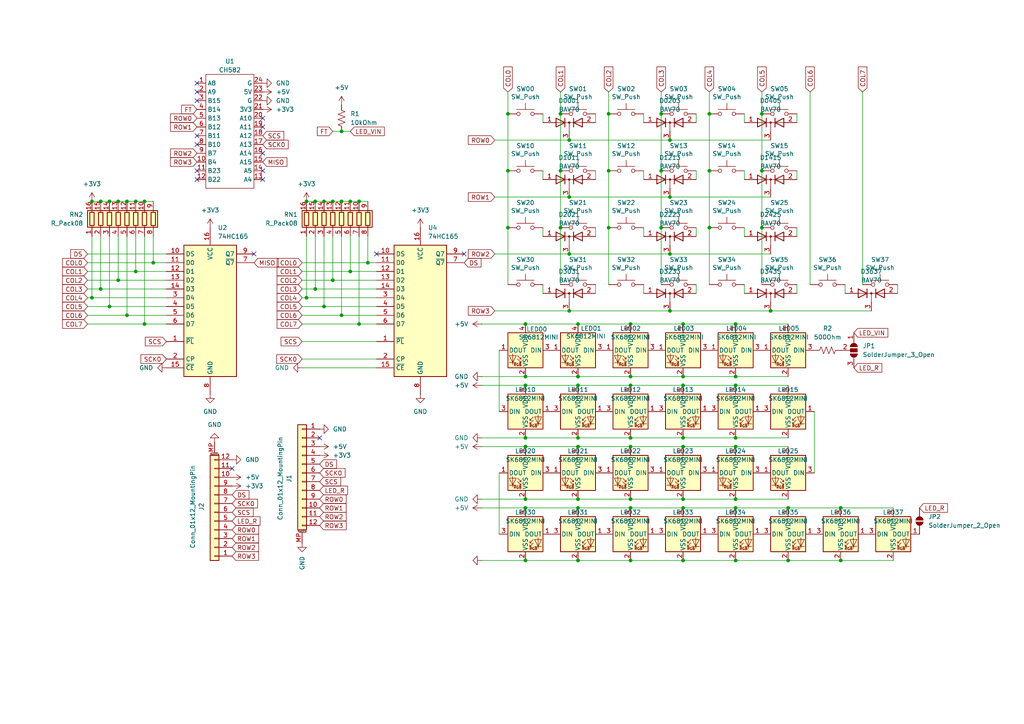
<source format=kicad_sch>
(kicad_sch (version 20231120) (generator "eeschema") (generator_version "8.0")
  (paper "A4")
  (junction (at 165.1 73.66))
  (junction (at 198.12 93.98))
  (junction (at 93.98 58.42))
  (junction (at 96.52 81.28))
  (junction (at 152.4 93.98))
  (junction (at 152.4 127))
  (junction (at 223.52 90.17))
  (junction (at 93.98 88.9))
  (junction (at 213.36 129.54))
  (junction (at 104.14 58.42))
  (junction (at 162.56 49.53))
  (junction (at 194.31 90.17))
  (junction (at 147.32 49.53))
  (junction (at 152.4 144.78))
  (junction (at 182.88 144.78))
  (junction (at 91.44 83.82))
  (junction (at 152.4 109.22))
  (junction (at 191.77 33.02))
  (junction (at 176.53 66.04))
  (junction (at 104.14 93.98))
  (junction (at 99.06 91.44))
  (junction (at 228.6 162.56))
  (junction (at 213.36 144.78))
  (junction (at 220.98 49.53))
  (junction (at 96.52 58.42))
  (junction (at 194.31 73.66))
  (junction (at 213.36 127))
  (junction (at 165.1 90.17))
  (junction (at 44.45 76.2))
  (junction (at 88.9 58.42))
  (junction (at 228.6 147.32))
  (junction (at 198.12 127))
  (junction (at 165.1 40.64))
  (junction (at 31.75 88.9))
  (junction (at 167.64 127))
  (junction (at 26.67 58.42))
  (junction (at 243.84 162.56))
  (junction (at 194.31 57.15))
  (junction (at 99.06 58.42))
  (junction (at 101.6 58.42))
  (junction (at 182.88 147.32))
  (junction (at 198.12 111.76))
  (junction (at 162.56 66.04))
  (junction (at 194.31 40.64))
  (junction (at 198.12 109.22))
  (junction (at 213.36 111.76))
  (junction (at 26.67 86.36))
  (junction (at 39.37 58.42))
  (junction (at 167.64 147.32))
  (junction (at 198.12 144.78))
  (junction (at 36.83 58.42))
  (junction (at 167.64 109.22))
  (junction (at 205.74 66.04))
  (junction (at 198.12 162.56))
  (junction (at 29.21 58.42))
  (junction (at 167.64 129.54))
  (junction (at 152.4 147.32))
  (junction (at 182.88 129.54))
  (junction (at 152.4 162.56))
  (junction (at 243.84 147.32))
  (junction (at 213.36 162.56))
  (junction (at 167.64 111.76))
  (junction (at 213.36 109.22))
  (junction (at 220.98 66.04))
  (junction (at 191.77 49.53))
  (junction (at 205.74 33.02))
  (junction (at 147.32 33.02))
  (junction (at 88.9 86.36))
  (junction (at 176.53 33.02))
  (junction (at 147.32 66.04))
  (junction (at 167.64 93.98))
  (junction (at 152.4 111.76))
  (junction (at 99.06 38.1))
  (junction (at 34.29 81.28))
  (junction (at 91.44 58.42))
  (junction (at 106.68 76.2))
  (junction (at 198.12 129.54))
  (junction (at 41.91 93.98))
  (junction (at 29.21 83.82))
  (junction (at 205.74 49.53))
  (junction (at 41.91 58.42))
  (junction (at 182.88 109.22))
  (junction (at 36.83 91.44))
  (junction (at 152.4 129.54))
  (junction (at 101.6 78.74))
  (junction (at 213.36 93.98))
  (junction (at 31.75 58.42))
  (junction (at 213.36 147.32))
  (junction (at 162.56 33.02))
  (junction (at 34.29 58.42))
  (junction (at 176.53 49.53))
  (junction (at 220.98 33.02))
  (junction (at 191.77 66.04))
  (junction (at 182.88 127))
  (junction (at 182.88 111.76))
  (junction (at 182.88 162.56))
  (junction (at 39.37 78.74))
  (junction (at 165.1 57.15))
  (junction (at 198.12 147.32))
  (junction (at 167.64 162.56))
  (junction (at 167.64 144.78))
  (junction (at 182.88 93.98))
  (no_connect (at 76.2 49.53))
  (no_connect (at 57.15 29.21))
  (no_connect (at 57.15 52.07))
  (no_connect (at 67.31 135.89))
  (no_connect (at 57.15 24.13))
  (no_connect (at 76.2 52.07))
  (no_connect (at 76.2 44.45))
  (no_connect (at 57.15 49.53))
  (no_connect (at 57.15 41.91))
  (no_connect (at 73.66 73.66))
  (no_connect (at 109.22 73.66))
  (no_connect (at 76.2 36.83))
  (no_connect (at 134.62 73.66))
  (no_connect (at 92.71 127))
  (no_connect (at 57.15 39.37))
  (no_connect (at 76.2 34.29))
  (no_connect (at 57.15 26.67))
  (wire (pts (xy 191.77 26.67) (xy 191.77 33.02)))
  (wire (pts (xy 191.77 66.04) (xy 191.77 82.55)))
  (wire (pts (xy 157.48 66.04) (xy 157.48 68.58)))
  (wire (pts (xy 162.56 49.53) (xy 162.56 66.04)))
  (wire (pts (xy 44.45 68.58) (xy 44.45 76.2)))
  (wire (pts (xy 36.83 91.44) (xy 48.26 91.44)))
  (wire (pts (xy 144.78 137.16) (xy 144.78 154.94)))
  (wire (pts (xy 25.4 73.66) (xy 48.26 73.66)))
  (wire (pts (xy 182.88 111.76) (xy 198.12 111.76)))
  (wire (pts (xy 106.68 76.2) (xy 87.63 76.2)))
  (wire (pts (xy 234.95 26.67) (xy 234.95 82.55)))
  (wire (pts (xy 201.93 66.04) (xy 201.93 68.58)))
  (wire (pts (xy 109.22 88.9) (xy 93.98 88.9)))
  (wire (pts (xy 186.69 33.02) (xy 186.69 35.56)))
  (wire (pts (xy 213.36 111.76) (xy 228.6 111.76)))
  (wire (pts (xy 101.6 68.58) (xy 101.6 78.74)))
  (wire (pts (xy 213.36 144.78) (xy 228.6 144.78)))
  (wire (pts (xy 198.12 144.78) (xy 213.36 144.78)))
  (wire (pts (xy 260.35 82.55) (xy 260.35 85.09)))
  (wire (pts (xy 213.36 147.32) (xy 228.6 147.32)))
  (wire (pts (xy 152.4 109.22) (xy 167.64 109.22)))
  (wire (pts (xy 194.31 73.66) (xy 223.52 73.66)))
  (wire (pts (xy 213.36 162.56) (xy 228.6 162.56)))
  (wire (pts (xy 91.44 58.42) (xy 93.98 58.42)))
  (wire (pts (xy 167.64 162.56) (xy 182.88 162.56)))
  (wire (pts (xy 215.9 82.55) (xy 215.9 85.09)))
  (wire (pts (xy 101.6 58.42) (xy 104.14 58.42)))
  (wire (pts (xy 91.44 83.82) (xy 87.63 83.82)))
  (wire (pts (xy 194.31 57.15) (xy 223.52 57.15)))
  (wire (pts (xy 191.77 49.53) (xy 191.77 66.04)))
  (wire (pts (xy 213.36 109.22) (xy 228.6 109.22)))
  (wire (pts (xy 31.75 68.58) (xy 31.75 88.9)))
  (wire (pts (xy 109.22 81.28) (xy 96.52 81.28)))
  (wire (pts (xy 152.4 162.56) (xy 167.64 162.56)))
  (wire (pts (xy 213.36 93.98) (xy 228.6 93.98)))
  (wire (pts (xy 44.45 76.2) (xy 48.26 76.2)))
  (wire (pts (xy 172.72 66.04) (xy 172.72 68.58)))
  (wire (pts (xy 198.12 93.98) (xy 213.36 93.98)))
  (wire (pts (xy 167.64 129.54) (xy 182.88 129.54)))
  (wire (pts (xy 25.4 91.44) (xy 36.83 91.44)))
  (wire (pts (xy 41.91 93.98) (xy 48.26 93.98)))
  (wire (pts (xy 176.53 82.55) (xy 176.53 66.04)))
  (wire (pts (xy 198.12 147.32) (xy 213.36 147.32)))
  (wire (pts (xy 109.22 76.2) (xy 106.68 76.2)))
  (wire (pts (xy 139.7 144.78) (xy 152.4 144.78)))
  (wire (pts (xy 93.98 88.9) (xy 87.63 88.9)))
  (wire (pts (xy 165.1 40.64) (xy 194.31 40.64)))
  (wire (pts (xy 139.7 162.56) (xy 152.4 162.56)))
  (wire (pts (xy 152.4 111.76) (xy 167.64 111.76)))
  (wire (pts (xy 139.7 147.32) (xy 152.4 147.32)))
  (wire (pts (xy 228.6 147.32) (xy 243.84 147.32)))
  (wire (pts (xy 198.12 111.76) (xy 213.36 111.76)))
  (wire (pts (xy 198.12 129.54) (xy 213.36 129.54)))
  (wire (pts (xy 167.64 111.76) (xy 182.88 111.76)))
  (wire (pts (xy 220.98 33.02) (xy 220.98 26.67)))
  (wire (pts (xy 236.22 119.38) (xy 236.22 137.16)))
  (wire (pts (xy 109.22 106.68) (xy 87.63 106.68)))
  (wire (pts (xy 215.9 66.04) (xy 215.9 68.58)))
  (wire (pts (xy 223.52 90.17) (xy 252.73 90.17)))
  (wire (pts (xy 147.32 33.02) (xy 147.32 49.53)))
  (wire (pts (xy 205.74 49.53) (xy 205.74 66.04)))
  (wire (pts (xy 205.74 82.55) (xy 205.74 66.04)))
  (wire (pts (xy 245.11 82.55) (xy 245.11 85.09)))
  (wire (pts (xy 152.4 93.98) (xy 167.64 93.98)))
  (wire (pts (xy 39.37 78.74) (xy 48.26 78.74)))
  (wire (pts (xy 165.1 73.66) (xy 194.31 73.66)))
  (wire (pts (xy 25.4 86.36) (xy 26.67 86.36)))
  (wire (pts (xy 165.1 90.17) (xy 194.31 90.17)))
  (wire (pts (xy 194.31 40.64) (xy 223.52 40.64)))
  (wire (pts (xy 167.64 147.32) (xy 182.88 147.32)))
  (wire (pts (xy 152.4 127) (xy 167.64 127)))
  (wire (pts (xy 172.72 82.55) (xy 172.72 85.09)))
  (wire (pts (xy 152.4 144.78) (xy 167.64 144.78)))
  (wire (pts (xy 25.4 88.9) (xy 31.75 88.9)))
  (wire (pts (xy 96.52 68.58) (xy 96.52 81.28)))
  (wire (pts (xy 99.06 91.44) (xy 87.63 91.44)))
  (wire (pts (xy 25.4 93.98) (xy 41.91 93.98)))
  (wire (pts (xy 198.12 109.22) (xy 213.36 109.22)))
  (wire (pts (xy 220.98 33.02) (xy 220.98 49.53)))
  (wire (pts (xy 96.52 81.28) (xy 87.63 81.28)))
  (wire (pts (xy 162.56 26.67) (xy 162.56 33.02)))
  (wire (pts (xy 88.9 68.58) (xy 88.9 86.36)))
  (wire (pts (xy 182.88 109.22) (xy 198.12 109.22)))
  (wire (pts (xy 93.98 58.42) (xy 96.52 58.42)))
  (wire (pts (xy 220.98 66.04) (xy 220.98 82.55)))
  (wire (pts (xy 157.48 82.55) (xy 157.48 85.09)))
  (wire (pts (xy 186.69 66.04) (xy 186.69 68.58)))
  (wire (pts (xy 39.37 58.42) (xy 41.91 58.42)))
  (wire (pts (xy 152.4 147.32) (xy 167.64 147.32)))
  (wire (pts (xy 25.4 83.82) (xy 29.21 83.82)))
  (wire (pts (xy 198.12 162.56) (xy 213.36 162.56)))
  (wire (pts (xy 139.7 111.76) (xy 152.4 111.76)))
  (wire (pts (xy 34.29 68.58) (xy 34.29 81.28)))
  (wire (pts (xy 157.48 33.02) (xy 157.48 35.56)))
  (wire (pts (xy 191.77 33.02) (xy 191.77 49.53)))
  (wire (pts (xy 39.37 68.58) (xy 39.37 78.74)))
  (wire (pts (xy 213.36 129.54) (xy 228.6 129.54)))
  (wire (pts (xy 143.51 73.66) (xy 165.1 73.66)))
  (wire (pts (xy 88.9 58.42) (xy 91.44 58.42)))
  (wire (pts (xy 109.22 86.36) (xy 88.9 86.36)))
  (wire (pts (xy 41.91 58.42) (xy 44.45 58.42)))
  (wire (pts (xy 176.53 49.53) (xy 176.53 66.04)))
  (wire (pts (xy 31.75 58.42) (xy 34.29 58.42)))
  (wire (pts (xy 228.6 162.56) (xy 243.84 162.56)))
  (wire (pts (xy 147.32 66.04) (xy 147.32 49.53)))
  (wire (pts (xy 167.64 127) (xy 182.88 127)))
  (wire (pts (xy 109.22 83.82) (xy 91.44 83.82)))
  (wire (pts (xy 165.1 57.15) (xy 194.31 57.15)))
  (wire (pts (xy 99.06 38.1) (xy 101.6 38.1)))
  (wire (pts (xy 144.78 101.6) (xy 144.78 119.38)))
  (wire (pts (xy 215.9 33.02) (xy 215.9 35.56)))
  (wire (pts (xy 93.98 68.58) (xy 93.98 88.9)))
  (wire (pts (xy 41.91 68.58) (xy 41.91 93.98)))
  (wire (pts (xy 106.68 68.58) (xy 106.68 76.2)))
  (wire (pts (xy 194.31 90.17) (xy 223.52 90.17)))
  (wire (pts (xy 139.7 129.54) (xy 152.4 129.54)))
  (wire (pts (xy 88.9 86.36) (xy 87.63 86.36)))
  (wire (pts (xy 167.64 144.78) (xy 182.88 144.78)))
  (wire (pts (xy 182.88 127) (xy 198.12 127)))
  (wire (pts (xy 231.14 49.53) (xy 231.14 52.07)))
  (wire (pts (xy 201.93 49.53) (xy 201.93 52.07)))
  (wire (pts (xy 99.06 58.42) (xy 101.6 58.42)))
  (wire (pts (xy 29.21 58.42) (xy 31.75 58.42)))
  (wire (pts (xy 198.12 127) (xy 213.36 127)))
  (wire (pts (xy 29.21 68.58) (xy 29.21 83.82)))
  (wire (pts (xy 109.22 91.44) (xy 99.06 91.44)))
  (wire (pts (xy 104.14 93.98) (xy 87.63 93.98)))
  (wire (pts (xy 26.67 58.42) (xy 29.21 58.42)))
  (wire (pts (xy 31.75 88.9) (xy 48.26 88.9)))
  (wire (pts (xy 167.64 109.22) (xy 182.88 109.22)))
  (wire (pts (xy 162.56 33.02) (xy 162.56 49.53)))
  (wire (pts (xy 172.72 33.02) (xy 172.72 35.56)))
  (wire (pts (xy 25.4 78.74) (xy 39.37 78.74)))
  (wire (pts (xy 182.88 93.98) (xy 198.12 93.98)))
  (wire (pts (xy 36.83 68.58) (xy 36.83 91.44)))
  (wire (pts (xy 104.14 58.42) (xy 106.68 58.42)))
  (wire (pts (xy 213.36 127) (xy 228.6 127)))
  (wire (pts (xy 147.32 82.55) (xy 147.32 66.04)))
  (wire (pts (xy 186.69 49.53) (xy 186.69 52.07)))
  (wire (pts (xy 143.51 40.64) (xy 165.1 40.64)))
  (wire (pts (xy 36.83 58.42) (xy 39.37 58.42)))
  (wire (pts (xy 172.72 49.53) (xy 172.72 52.07)))
  (wire (pts (xy 96.52 58.42) (xy 99.06 58.42)))
  (wire (pts (xy 109.22 93.98) (xy 104.14 93.98)))
  (wire (pts (xy 215.9 49.53) (xy 215.9 52.07)))
  (wire (pts (xy 143.51 90.17) (xy 165.1 90.17)))
  (wire (pts (xy 176.53 49.53) (xy 176.53 33.02)))
  (wire (pts (xy 201.93 82.55) (xy 201.93 85.09)))
  (wire (pts (xy 139.7 127) (xy 152.4 127)))
  (wire (pts (xy 34.29 81.28) (xy 48.26 81.28)))
  (wire (pts (xy 104.14 68.58) (xy 104.14 93.98)))
  (wire (pts (xy 139.7 109.22) (xy 152.4 109.22)))
  (wire (pts (xy 99.06 68.58) (xy 99.06 91.44)))
  (wire (pts (xy 231.14 82.55) (xy 231.14 85.09)))
  (wire (pts (xy 157.48 49.53) (xy 157.48 52.07)))
  (wire (pts (xy 243.84 147.32) (xy 259.08 147.32)))
  (wire (pts (xy 26.67 86.36) (xy 48.26 86.36)))
  (wire (pts (xy 182.88 129.54) (xy 198.12 129.54)))
  (wire (pts (xy 205.74 26.67) (xy 205.74 33.02)))
  (wire (pts (xy 182.88 144.78) (xy 198.12 144.78)))
  (wire (pts (xy 201.93 33.02) (xy 201.93 35.56)))
  (wire (pts (xy 147.32 26.67) (xy 147.32 33.02)))
  (wire (pts (xy 231.14 33.02) (xy 231.14 35.56)))
  (wire (pts (xy 250.19 26.67) (xy 250.19 82.55)))
  (wire (pts (xy 25.4 81.28) (xy 34.29 81.28)))
  (wire (pts (xy 91.44 68.58) (xy 91.44 83.82)))
  (wire (pts (xy 231.14 66.04) (xy 231.14 68.58)))
  (wire (pts (xy 109.22 104.14) (xy 87.63 104.14)))
  (wire (pts (xy 29.21 83.82) (xy 48.26 83.82)))
  (wire (pts (xy 26.67 68.58) (xy 26.67 86.36)))
  (wire (pts (xy 167.64 93.98) (xy 182.88 93.98)))
  (wire (pts (xy 152.4 129.54) (xy 167.64 129.54)))
  (wire (pts (xy 25.4 76.2) (xy 44.45 76.2)))
  (wire (pts (xy 182.88 147.32) (xy 198.12 147.32)))
  (wire (pts (xy 220.98 49.53) (xy 220.98 66.04)))
  (wire (pts (xy 96.52 38.1) (xy 99.06 38.1)))
  (wire (pts (xy 186.69 82.55) (xy 186.69 85.09)))
  (wire (pts (xy 162.56 66.04) (xy 162.56 82.55)))
  (wire (pts (xy 205.74 33.02) (xy 205.74 49.53)))
  (wire (pts (xy 243.84 162.56) (xy 259.08 162.56)))
  (wire (pts (xy 182.88 162.56) (xy 198.12 162.56)))
  (wire (pts (xy 143.51 57.15) (xy 165.1 57.15)))
  (wire (pts (xy 139.7 93.98) (xy 152.4 93.98)))
  (wire (pts (xy 109.22 99.06) (xy 87.63 99.06)))
  (wire (pts (xy 34.29 58.42) (xy 36.83 58.42)))
  (wire (pts (xy 109.22 78.74) (xy 101.6 78.74)))
  (wire (pts (xy 176.53 26.67) (xy 176.53 33.02)))
  (wire (pts (xy 101.6 78.74) (xy 87.63 78.74)))
  (global_label "SCK0" (shape input) (at 87.63 104.14 180) (property "Intersheetrefs" "${INTERSHEET_REFS}" (effects (hide yes))))
  (global_label "LED_R" (shape input) (at 247.65 106.68 0) (property "Intersheetrefs" "${INTERSHEET_REFS}" (effects (hide yes))))
  (global_label "ROW1" (shape input) (at 143.51 57.15 180) (property "Intersheetrefs" "${INTERSHEET_REFS}" (effects (hide yes))))
  (global_label "FT" (shape input) (at 57.15 31.75 180) (property "Intersheetrefs" "${INTERSHEET_REFS}" (effects (hide yes))))
  (global_label "COL0" (shape input) (at 87.63 76.2 180) (property "Intersheetrefs" "${INTERSHEET_REFS}" (effects (hide yes))))
  (global_label "COL5" (shape input) (at 87.63 88.9 180) (property "Intersheetrefs" "${INTERSHEET_REFS}" (effects (hide yes))))
  (global_label "COL3" (shape input) (at 87.63 83.82 180) (property "Intersheetrefs" "${INTERSHEET_REFS}" (effects (hide yes))))
  (global_label "ROW0" (shape input) (at 92.71 144.78 0) (property "Intersheetrefs" "${INTERSHEET_REFS}" (effects (hide yes))))
  (global_label "COL4" (shape input) (at 25.4 86.36 180) (property "Intersheetrefs" "${INTERSHEET_REFS}" (effects (hide yes))))
  (global_label "LED_R" (shape input) (at 67.31 151.13 0) (property "Intersheetrefs" "${INTERSHEET_REFS}" (effects (hide yes))))
  (global_label "ROW0" (shape input) (at 57.15 34.29 180) (property "Intersheetrefs" "${INTERSHEET_REFS}" (effects (hide yes))))
  (global_label "COL4" (shape input) (at 205.74 26.67 90) (property "Intersheetrefs" "${INTERSHEET_REFS}" (effects (hide yes))))
  (global_label "SCS" (shape input) (at 67.31 148.59 0) (property "Intersheetrefs" "${INTERSHEET_REFS}" (effects (hide yes))))
  (global_label "COL2" (shape input) (at 87.63 81.28 180) (property "Intersheetrefs" "${INTERSHEET_REFS}" (effects (hide yes))))
  (global_label "ROW2" (shape input) (at 67.31 158.75 0) (property "Intersheetrefs" "${INTERSHEET_REFS}" (effects (hide yes))))
  (global_label "SCK0" (shape input) (at 92.71 137.16 0) (property "Intersheetrefs" "${INTERSHEET_REFS}" (effects (hide yes))))
  (global_label "COL2" (shape input) (at 25.4 81.28 180) (property "Intersheetrefs" "${INTERSHEET_REFS}" (effects (hide yes))))
  (global_label "COL7" (shape input) (at 87.63 93.98 180) (property "Intersheetrefs" "${INTERSHEET_REFS}" (effects (hide yes))))
  (global_label "COL3" (shape input) (at 25.4 83.82 180) (property "Intersheetrefs" "${INTERSHEET_REFS}" (effects (hide yes))))
  (global_label "COL0" (shape input) (at 25.4 76.2 180) (property "Intersheetrefs" "${INTERSHEET_REFS}" (effects (hide yes))))
  (global_label "COL4" (shape input) (at 87.63 86.36 180) (property "Intersheetrefs" "${INTERSHEET_REFS}" (effects (hide yes))))
  (global_label "SCS" (shape input) (at 92.71 139.7 0) (property "Intersheetrefs" "${INTERSHEET_REFS}" (effects (hide yes))))
  (global_label "ROW3" (shape input) (at 92.71 152.4 0) (property "Intersheetrefs" "${INTERSHEET_REFS}" (effects (hide yes))))
  (global_label "ROW2" (shape input) (at 143.51 73.66 180) (property "Intersheetrefs" "${INTERSHEET_REFS}" (effects (hide yes))))
  (global_label "ROW1" (shape input) (at 67.31 156.21 0) (property "Intersheetrefs" "${INTERSHEET_REFS}" (effects (hide yes))))
  (global_label "ROW3" (shape input) (at 143.51 90.17 180) (property "Intersheetrefs" "${INTERSHEET_REFS}" (effects (hide yes))))
  (global_label "SCK0" (shape input) (at 76.2 41.91 0) (property "Intersheetrefs" "${INTERSHEET_REFS}" (effects (hide yes))))
  (global_label "COL3" (shape input) (at 191.77 26.67 90) (property "Intersheetrefs" "${INTERSHEET_REFS}" (effects (hide yes))))
  (global_label "COL6" (shape input) (at 234.95 26.67 90) (property "Intersheetrefs" "${INTERSHEET_REFS}" (effects (hide yes))))
  (global_label "MISO" (shape input) (at 76.2 46.99 0) (property "Intersheetrefs" "${INTERSHEET_REFS}" (effects (hide yes))))
  (global_label "DS" (shape input) (at 92.71 134.62 0) (property "Intersheetrefs" "${INTERSHEET_REFS}" (effects (hide yes))))
  (global_label "COL1" (shape input) (at 162.56 26.67 90) (property "Intersheetrefs" "${INTERSHEET_REFS}" (effects (hide yes))))
  (global_label "COL6" (shape input) (at 25.4 91.44 180) (property "Intersheetrefs" "${INTERSHEET_REFS}" (effects (hide yes))))
  (global_label "ROW1" (shape input) (at 92.71 147.32 0) (property "Intersheetrefs" "${INTERSHEET_REFS}" (effects (hide yes))))
  (global_label "DS" (shape input) (at 134.62 76.2 0) (property "Intersheetrefs" "${INTERSHEET_REFS}" (effects (hide yes))))
  (global_label "ROW2" (shape input) (at 57.15 44.45 180) (property "Intersheetrefs" "${INTERSHEET_REFS}" (effects (hide yes))))
  (global_label "COL5" (shape input) (at 25.4 88.9 180) (property "Intersheetrefs" "${INTERSHEET_REFS}" (effects (hide yes))))
  (global_label "ROW3" (shape input) (at 67.31 161.29 0) (property "Intersheetrefs" "${INTERSHEET_REFS}" (effects (hide yes))))
  (global_label "LED_VIN" (shape input) (at 247.65 96.52 0) (property "Intersheetrefs" "${INTERSHEET_REFS}" (effects (hide yes))))
  (global_label "COL0" (shape input) (at 147.32 26.67 90) (property "Intersheetrefs" "${INTERSHEET_REFS}" (effects (hide yes))))
  (global_label "COL7" (shape input) (at 25.4 93.98 180) (property "Intersheetrefs" "${INTERSHEET_REFS}" (effects (hide yes))))
  (global_label "COL2" (shape input) (at 176.53 26.67 90) (property "Intersheetrefs" "${INTERSHEET_REFS}" (effects (hide yes))))
  (global_label "ROW0" (shape input) (at 143.51 40.64 180) (property "Intersheetrefs" "${INTERSHEET_REFS}" (effects (hide yes))))
  (global_label "COL7" (shape input) (at 250.19 26.67 90) (property "Intersheetrefs" "${INTERSHEET_REFS}" (effects (hide yes))))
  (global_label "COL5" (shape input) (at 220.98 26.67 90) (property "Intersheetrefs" "${INTERSHEET_REFS}" (effects (hide yes))))
  (global_label "ROW3" (shape input) (at 57.15 46.99 180) (property "Intersheetrefs" "${INTERSHEET_REFS}" (effects (hide yes))))
  (global_label "SCK0" (shape input) (at 67.31 146.05 0) (property "Intersheetrefs" "${INTERSHEET_REFS}" (effects (hide yes))))
  (global_label "COL1" (shape input) (at 25.4 78.74 180) (property "Intersheetrefs" "${INTERSHEET_REFS}" (effects (hide yes))))
  (global_label "ROW1" (shape input) (at 57.15 36.83 180) (property "Intersheetrefs" "${INTERSHEET_REFS}" (effects (hide yes))))
  (global_label "FT" (shape input) (at 96.52 38.1 180) (property "Intersheetrefs" "${INTERSHEET_REFS}" (effects (hide yes))))
  (global_label "ROW0" (shape input) (at 67.31 153.67 0) (property "Intersheetrefs" "${INTERSHEET_REFS}" (effects (hide yes))))
  (global_label "LED_VIN" (shape input) (at 101.6 38.1 0) (property "Intersheetrefs" "${INTERSHEET_REFS}" (effects (hide yes))))
  (global_label "DS" (shape input) (at 25.4 73.66 180) (property "Intersheetrefs" "${INTERSHEET_REFS}" (effects (hide yes))))
  (global_label "SCK0" (shape input) (at 48.26 104.14 180) (property "Intersheetrefs" "${INTERSHEET_REFS}" (effects (hide yes))))
  (global_label "LED_R" (shape input) (at 92.71 142.24 0) (property "Intersheetrefs" "${INTERSHEET_REFS}" (effects (hide yes))))
  (global_label "COL1" (shape input) (at 87.63 78.74 180) (property "Intersheetrefs" "${INTERSHEET_REFS}" (effects (hide yes))))
  (global_label "ROW2" (shape input) (at 92.71 149.86 0) (property "Intersheetrefs" "${INTERSHEET_REFS}" (effects (hide yes))))
  (global_label "SCS" (shape input) (at 76.2 39.37 0) (property "Intersheetrefs" "${INTERSHEET_REFS}" (effects (hide yes))))
  (global_label "SCS" (shape input) (at 48.26 99.06 180) (property "Intersheetrefs" "${INTERSHEET_REFS}" (effects (hide yes))))
  (global_label "DS" (shape input) (at 67.31 143.51 0) (property "Intersheetrefs" "${INTERSHEET_REFS}" (effects (hide yes))))
  (global_label "LED_R" (shape input) (at 266.7 147.32 0) (property "Intersheetrefs" "${INTERSHEET_REFS}" (effects (hide yes))))
  (global_label "MISO" (shape input) (at 73.66 76.2 0) (property "Intersheetrefs" "${INTERSHEET_REFS}" (effects (hide yes))))
  (global_label "SCS" (shape input) (at 87.63 99.06 180) (property "Intersheetrefs" "${INTERSHEET_REFS}" (effects (hide yes))))
  (global_label "COL6" (shape input) (at 87.63 91.44 180) (property "Intersheetrefs" "${INTERSHEET_REFS}" (effects (hide yes))))
  (symbol (lib_id "power:+3V3") (at 92.71 132.08 270) (unit 1)
    (property "Reference" "#PWR022" (effects (hide yes)))
    (property "Value" "+3V3" (at 96.52 132.0799 90) (effects (justify left)))
    (property "Description" "Power symbol creates a global label with name \"+3V3\"" (effects (hide yes)))
  )
  (symbol (lib_id "LED:SK6812MINI") (at 213.36 154.94 0) (unit 1)
    (property "Reference" "LED34" (at 213.36 148.59 0))
    (property "Value" "SK6812MINI" (at 213.36 151.13 0))
    (property "Footprint" "keyswitches:LED_SK6812MINI_E_REVERSIBLE" (effects (hide yes)))
    (property "Datasheet" "https://cdn-shop.adafruit.com/product-files/2686/SK6812MINI_REV.01-1-2.pdf" (effects (hide yes)))
    (property "Description" "RGB LED with integrated controller" (effects (hide yes)))
  )
  (symbol (lib_id "power:+3V3") (at 60.96 66.04 0) (unit 1)
    (property "Reference" "#PWR06" (effects (hide yes)))
    (property "Value" "+3V3" (at 60.96 60.96 0))
    (property "Description" "Power symbol creates a global label with name \"+3V3\"" (effects (hide yes)))
  )
  (symbol (lib_id "power:GND") (at 87.63 157.48 0) (unit 1)
    (property "Reference" "#PWR024" (effects (hide yes)))
    (property "Value" "GND" (at 87.6301 161.29 90) (effects (justify right)))
    (property "Description" "Power symbol creates a global label with name \"GND\" , ground" (effects (hide yes)))
  )
  (symbol (lib_id "LED:SK6812MINI") (at 182.88 137.16 0) (mirror y) (unit 1)
    (property "Reference" "LED22" (at 182.88 130.81 0))
    (property "Value" "SK6812MINI" (at 182.88 133.35 0))
    (property "Footprint" "keyswitches:LED_SK6812MINI_E_REVERSIBLE" (effects (hide yes)))
    (property "Datasheet" "https://cdn-shop.adafruit.com/product-files/2686/SK6812MINI_REV.01-1-2.pdf" (effects (hide yes)))
    (property "Description" "RGB LED with integrated controller" (effects (hide yes)))
  )
  (symbol (lib_id "Diode:BAV70") (at 194.31 52.07 0) (unit 1)
    (property "Reference" "D1213" (at 194.31 45.72 0))
    (property "Value" "BAV70" (at 194.31 48.26 0))
    (property "Footprint" "keyswitches:BAV70_SOT-23_Reversible" (effects (hide yes)))
    (property "Datasheet" "https://assets.nexperia.com/documents/data-sheet/BAV70_SER.pdf" (effects (hide yes)))
    (property "Description" "Dual 100V 215mA high-speed switching diodes, common cathode, SOT-23" (effects (hide yes)))
  )
  (symbol (lib_id "power:+3V3") (at 26.67 58.42 0) (unit 1)
    (property "Reference" "#PWR04" (effects (hide yes)))
    (property "Value" "+3V3" (at 26.67 53.34 0))
    (property "Description" "Power symbol creates a global label with name \"+3V3\"" (effects (hide yes)))
  )
  (symbol (lib_id "Switch:SW_Push") (at 226.06 49.53 0) (unit 1)
    (property "Reference" "SW15" (at 226.06 42.291 0))
    (property "Value" "SW_Push" (at 226.06 44.6024 0))
    (property "Footprint" "keyswitches:SW_MX_1905_reversible" (effects (hide yes)))
  )
  (symbol (lib_id "power:GND") (at 87.63 106.68 270) (unit 1)
    (property "Reference" "#PWR016" (effects (hide yes)))
    (property "Value" "GND" (at 83.82 106.6799 90) (effects (justify right)))
    (property "Description" "Power symbol creates a global label with name \"GND\" , ground" (effects (hide yes)))
  )
  (symbol (lib_id "Switch:SW_Push") (at 181.61 82.55 0) (unit 1)
    (property "Reference" "SW32" (at 181.61 75.311 0))
    (property "Value" "SW_Push" (at 181.61 77.6224 0))
    (property "Footprint" "keyswitches:SW_MX_1905_reversible" (effects (hide yes)))
  )
  (symbol (lib_id "power:GND") (at 67.31 133.35 90) (unit 1)
    (property "Reference" "#PWR025" (effects (hide yes)))
    (property "Value" "GND" (at 71.12 133.3499 90) (effects (justify right)))
    (property "Description" "Power symbol creates a global label with name \"GND\" , ground" (effects (hide yes)))
  )
  (symbol (lib_id "Switch:SW_Push") (at 210.82 66.04 0) (unit 1)
    (property "Reference" "SW24" (at 210.82 58.801 0))
    (property "Value" "SW_Push" (at 210.82 61.1124 0))
    (property "Footprint" "keyswitches:SW_MX_1905_reversible" (effects (hide yes)))
  )
  (symbol (lib_id "power:+5V") (at 92.71 129.54 270) (unit 1)
    (property "Reference" "#PWR021" (effects (hide yes)))
    (property "Value" "+5V" (at 96.52 129.5399 90) (effects (justify left)))
    (property "Description" "Power symbol creates a global label with name \"+5V\"" (effects (hide yes)))
  )
  (symbol (lib_id "LED:SK6812MINI") (at 167.64 119.38 0) (unit 1)
    (property "Reference" "LED11" (at 167.64 113.03 0))
    (property "Value" "SK6812MINI" (at 167.64 115.57 0))
    (property "Footprint" "keyswitches:LED_SK6812MINI_E_REVERSIBLE" (effects (hide yes)))
    (property "Datasheet" "https://cdn-shop.adafruit.com/product-files/2686/SK6812MINI_REV.01-1-2.pdf" (effects (hide yes)))
    (property "Description" "RGB LED with integrated controller" (effects (hide yes)))
  )
  (symbol (lib_id "Switch:SW_Push") (at 226.06 33.02 0) (unit 1)
    (property "Reference" "SW05" (at 226.06 25.781 0))
    (property "Value" "SW_Push" (at 226.06 28.0924 0))
    (property "Footprint" "keyswitches:SW_MX_1905_reversible" (effects (hide yes)))
  )
  (symbol (lib_id "Diode:BAV70") (at 223.52 35.56 0) (unit 1)
    (property "Reference" "D0405" (at 223.52 29.21 0))
    (property "Value" "BAV70" (at 223.52 31.75 0))
    (property "Footprint" "keyswitches:BAV70_SOT-23_Reversible" (effects (hide yes)))
    (property "Datasheet" "https://assets.nexperia.com/documents/data-sheet/BAV70_SER.pdf" (effects (hide yes)))
    (property "Description" "Dual 100V 215mA high-speed switching diodes, common cathode, SOT-23" (effects (hide yes)))
  )
  (symbol (lib_id "Switch:SW_Push") (at 167.64 33.02 0) (unit 1)
    (property "Reference" "SW01" (at 167.64 25.781 0))
    (property "Value" "SW_Push" (at 167.64 28.0924 0))
    (property "Footprint" "keyswitches:SW_MX_1905_reversible" (effects (hide yes)))
  )
  (symbol (lib_id "power:GND") (at 92.71 124.46 90) (unit 1)
    (property "Reference" "#PWR012" (effects (hide yes)))
    (property "Value" "GND" (at 96.52 124.4599 90) (effects (justify right)))
    (property "Description" "Power symbol creates a global label with name \"GND\" , ground" (effects (hide yes)))
  )
  (symbol (lib_id "Switch:SW_Push") (at 226.06 66.04 0) (unit 1)
    (property "Reference" "SW25" (at 226.06 58.801 0))
    (property "Value" "SW_Push" (at 226.06 61.1124 0))
    (property "Footprint" "keyswitches:SW_MX_1905_reversible" (effects (hide yes)))
  )
  (symbol (lib_id "LED:SK6812MINI") (at 152.4 119.38 0) (unit 1)
    (property "Reference" "LED10" (at 152.4 113.03 0))
    (property "Value" "SK6812MINI" (at 152.4 115.57 0))
    (property "Footprint" "keyswitches:LED_SK6812MINI_E_REVERSIBLE" (effects (hide yes)))
    (property "Datasheet" "https://cdn-shop.adafruit.com/product-files/2686/SK6812MINI_REV.01-1-2.pdf" (effects (hide yes)))
    (property "Description" "RGB LED with integrated controller" (effects (hide yes)))
  )
  (symbol (lib_id "Switch:SW_Push") (at 152.4 66.04 0) (unit 1)
    (property "Reference" "SW20" (at 152.4 58.801 0))
    (property "Value" "SW_Push" (at 152.4 61.1124 0))
    (property "Footprint" "keyswitches:SW_MX_1905_reversible" (effects (hide yes)))
  )
  (symbol (lib_id "Switch:SW_Push") (at 181.61 66.04 0) (unit 1)
    (property "Reference" "SW22" (at 181.61 58.801 0))
    (property "Value" "SW_Push" (at 181.61 61.1124 0))
    (property "Footprint" "keyswitches:SW_MX_1905_reversible" (effects (hide yes)))
  )
  (symbol (lib_id "Switch:SW_Push") (at 240.03 82.55 0) (unit 1)
    (property "Reference" "SW36" (at 240.03 75.311 0))
    (property "Value" "SW_Push" (at 240.03 77.6224 0))
    (property "Footprint" "keyswitches:SW_MX_1905_reversible" (effects (hide yes)))
  )
  (symbol (lib_id "Switch:SW_Push") (at 210.82 82.55 0) (unit 1)
    (property "Reference" "SW34" (at 210.82 75.311 0))
    (property "Value" "SW_Push" (at 210.82 77.6224 0))
    (property "Footprint" "keyswitches:SW_MX_1905_reversible" (effects (hide yes)))
  )
  (symbol (lib_id "LED:SK6812MINI") (at 182.88 101.6 0) (mirror y) (unit 1)
    (property "Reference" "LED02" (at 182.88 95.25 0))
    (property "Value" "SK6812MINI" (at 182.88 97.79 0))
    (property "Footprint" "keyswitches:LED_SK6812MINI_E_REVERSIBLE" (effects (hide yes)))
    (property "Datasheet" "https://cdn-shop.adafruit.com/product-files/2686/SK6812MINI_REV.01-1-2.pdf" (effects (hide yes)))
    (property "Description" "RGB LED with integrated controller" (effects (hide yes)))
  )
  (symbol (lib_id "Diode:BAV70") (at 252.73 85.09 0) (unit 1)
    (property "Reference" "D3637" (at 252.73 78.74 0))
    (property "Value" "BAV70" (at 252.73 81.28 0))
    (property "Footprint" "keyswitches:BAV70_SOT-23_Reversible" (effects (hide yes)))
    (property "Datasheet" "https://assets.nexperia.com/documents/data-sheet/BAV70_SER.pdf" (effects (hide yes)))
    (property "Description" "Dual 100V 215mA high-speed switching diodes, common cathode, SOT-23" (effects (hide yes)))
  )
  (symbol (lib_id "Switch:SW_Push") (at 255.27 82.55 0) (unit 1)
    (property "Reference" "SW37" (at 255.27 75.311 0))
    (property "Value" "SW_Push" (at 255.27 77.6224 0))
    (property "Footprint" "keyswitches:SW_MX_1905_reversible" (effects (hide yes)))
  )
  (symbol (lib_id "Switch:SW_Push") (at 210.82 49.53 0) (unit 1)
    (property "Reference" "SW14" (at 210.82 42.291 0))
    (property "Value" "SW_Push" (at 210.82 44.6024 0))
    (property "Footprint" "keyswitches:SW_MX_1905_reversible" (effects (hide yes)))
  )
  (symbol (lib_id "Diode:BAV70") (at 223.52 68.58 0) (unit 1)
    (property "Reference" "D2425" (at 223.52 62.23 0))
    (property "Value" "BAV70" (at 223.52 64.77 0))
    (property "Footprint" "keyswitches:BAV70_SOT-23_Reversible" (effects (hide yes)))
    (property "Datasheet" "https://assets.nexperia.com/documents/data-sheet/BAV70_SER.pdf" (effects (hide yes)))
    (property "Description" "Dual 100V 215mA high-speed switching diodes, common cathode, SOT-23" (effects (hide yes)))
  )
  (symbol (lib_id "Switch:SW_Push") (at 152.4 82.55 0) (unit 1)
    (property "Reference" "SW30" (at 152.4 75.311 0))
    (property "Value" "SW_Push" (at 152.4 77.6224 0))
    (property "Footprint" "keyswitches:SW_MX_1905_reversible" (effects (hide yes)))
  )
  (symbol (lib_id "power:GND") (at 76.2 24.13 90) (unit 1)
    (property "Reference" "#PWR01" (effects (hide yes)))
    (property "Value" "GND" (at 80.01 24.1299 90) (effects (justify right)))
    (property "Description" "Power symbol creates a global label with name \"GND\" , ground" (effects (hide yes)))
  )
  (symbol (lib_id "Switch:SW_Push") (at 196.85 66.04 0) (unit 1)
    (property "Reference" "SW23" (at 196.85 58.801 0))
    (property "Value" "SW_Push" (at 196.85 61.1124 0))
    (property "Footprint" "keyswitches:SW_MX_1905_reversible" (effects (hide yes)))
  )
  (symbol (lib_id "power:GND") (at 139.7 127 270) (unit 1)
    (property "Reference" "#PWR010" (effects (hide yes)))
    (property "Value" "GND" (at 135.89 126.9999 90) (effects (justify right)))
    (property "Description" "Power symbol creates a global label with name \"GND\" , ground" (effects (hide yes)))
  )
  (symbol (lib_id "power:GND") (at 121.92 114.3 0) (unit 1)
    (property "Reference" "#PWR018" (effects (hide yes)))
    (property "Value" "GND" (at 121.92 119.38 0))
    (property "Description" "Power symbol creates a global label with name \"GND\" , ground" (effects (hide yes)))
  )
  (symbol (lib_id "74xx:74HC165") (at 60.96 88.9 0) (unit 1)
    (property "Reference" "U2" (at 63.1541 66.04 0) (effects (justify left)))
    (property "Value" "74HC165" (at 63.1541 68.58 0) (effects (justify left)))
    (property "Footprint" "Package_SO:SOP-16_3.9x9.9mm_P1.27mm" (effects (hide yes)))
    (property "Datasheet" "https://assets.nexperia.com/documents/data-sheet/74HC_HCT165.pdf" (effects (hide yes)))
    (property "Description" "Shift Register, 8-bit, Parallel Load" (effects (hide yes)))
  )
  (symbol (lib_id "Switch:SW_Push") (at 196.85 49.53 0) (unit 1)
    (property "Reference" "SW13" (at 196.85 42.291 0))
    (property "Value" "SW_Push" (at 196.85 44.6024 0))
    (property "Footprint" "keyswitches:SW_MX_1905_reversible" (effects (hide yes)))
  )
  (symbol (lib_id "Diode:BAV70") (at 165.1 52.07 0) (unit 1)
    (property "Reference" "D1011" (at 165.1 45.72 0))
    (property "Value" "BAV70" (at 165.1 48.26 0))
    (property "Footprint" "keyswitches:BAV70_SOT-23_Reversible" (effects (hide yes)))
    (property "Datasheet" "https://assets.nexperia.com/documents/data-sheet/BAV70_SER.pdf" (effects (hide yes)))
    (property "Description" "Dual 100V 215mA high-speed switching diodes, common cathode, SOT-23" (effects (hide yes)))
  )
  (symbol (lib_id "LED:SK6812MINI") (at 243.84 154.94 0) (unit 1)
    (property "Reference" "LED36" (at 243.84 148.59 0))
    (property "Value" "SK6812MINI" (at 243.84 151.13 0))
    (property "Footprint" "keyswitches:LED_SK6812MINI_E_REVERSIBLE" (effects (hide yes)))
    (property "Datasheet" "https://cdn-shop.adafruit.com/product-files/2686/SK6812MINI_REV.01-1-2.pdf" (effects (hide yes)))
    (property "Description" "RGB LED with integrated controller" (effects (hide yes)))
  )
  (symbol (lib_id "LED:SK6812MINI") (at 182.88 119.38 0) (unit 1)
    (property "Reference" "LED12" (at 182.88 113.03 0))
    (property "Value" "SK6812MINI" (at 182.88 115.57 0))
    (property "Footprint" "keyswitches:LED_SK6812MINI_E_REVERSIBLE" (effects (hide yes)))
    (property "Datasheet" "https://cdn-shop.adafruit.com/product-files/2686/SK6812MINI_REV.01-1-2.pdf" (effects (hide yes)))
    (property "Description" "RGB LED with integrated controller" (effects (hide yes)))
  )
  (symbol (lib_id "LED:SK6812MINI") (at 213.36 101.6 0) (mirror y) (unit 1)
    (property "Reference" "LED04" (at 213.614 95.25 0))
    (property "Value" "SK6812MINI" (at 213.614 97.79 0))
    (property "Footprint" "keyswitches:LED_SK6812MINI_E_REVERSIBLE" (effects (hide yes)))
    (property "Datasheet" "https://cdn-shop.adafruit.com/product-files/2686/SK6812MINI_REV.01-1-2.pdf" (effects (hide yes)))
    (property "Description" "RGB LED with integrated controller" (effects (hide yes)))
  )
  (symbol (lib_id "Jumper:SolderJumper_2_Open") (at 266.7 151.13 90) (unit 1) (exclude_from_sim yes) (in_bom no)
    (property "Reference" "JP2" (at 269.24 149.8599 90) (effects (justify right)))
    (property "Value" "SolderJumper_2_Open" (at 269.24 152.3999 90) (effects (justify right)))
    (property "Footprint" "Jumper:SolderJumper-2_P1.3mm_Open_TrianglePad1.0x1.5mm" (effects (hide yes)))
    (property "Description" "Solder Jumper, 2-pole, open" (effects (hide yes)))
  )
  (symbol (lib_id "Switch:SW_Push") (at 226.06 82.55 0) (unit 1)
    (property "Reference" "SW35" (at 226.06 75.311 0))
    (property "Value" "SW_Push" (at 226.06 77.6224 0))
    (property "Footprint" "keyswitches:SW_MX_1905_reversible" (effects (hide yes)))
  )
  (symbol (lib_id "LED:SK6812MINI") (at 259.08 154.94 0) (unit 1)
    (property "Reference" "LED37" (at 259.08 148.59 0))
    (property "Value" "SK6812MINI" (at 259.08 151.13 0))
    (property "Footprint" "keyswitches:LED_SK6812MINI_E_REVERSIBLE" (effects (hide yes)))
    (property "Datasheet" "https://cdn-shop.adafruit.com/product-files/2686/SK6812MINI_REV.01-1-2.pdf" (effects (hide yes)))
    (property "Description" "RGB LED with integrated controller" (effects (hide yes)))
  )
  (symbol (lib_id "power:GND") (at 139.7 109.22 270) (unit 1)
    (property "Reference" "#PWR07" (effects (hide yes)))
    (property "Value" "GND" (at 135.89 109.2199 90) (effects (justify right)))
    (property "Description" "Power symbol creates a global label with name \"GND\" , ground" (effects (hide yes)))
  )
  (symbol (lib_id "power:+3V3") (at 67.31 140.97 270) (unit 1)
    (property "Reference" "#PWR027" (effects (hide yes)))
    (property "Value" "+3V3" (at 71.12 140.9699 90) (effects (justify left)))
    (property "Description" "Power symbol creates a global label with name \"+3V3\"" (effects (hide yes)))
  )
  (symbol (lib_id "Diode:BAV70") (at 223.52 85.09 0) (unit 1)
    (property "Reference" "D3435" (at 223.52 78.74 0))
    (property "Value" "BAV70" (at 223.52 81.28 0))
    (property "Footprint" "keyswitches:BAV70_SOT-23_Reversible" (effects (hide yes)))
    (property "Datasheet" "https://assets.nexperia.com/documents/data-sheet/BAV70_SER.pdf" (effects (hide yes)))
    (property "Description" "Dual 100V 215mA high-speed switching diodes, common cathode, SOT-23" (effects (hide yes)))
  )
  (symbol (lib_id "power:+3V3") (at 88.9 58.42 0) (unit 1)
    (property "Reference" "#PWR028" (effects (hide yes)))
    (property "Value" "+3V3" (at 88.9 53.34 0))
    (property "Description" "Power symbol creates a global label with name \"+3V3\"" (effects (hide yes)))
  )
  (symbol (lib_id "Switch:SW_Push") (at 181.61 49.53 0) (unit 1)
    (property "Reference" "SW12" (at 181.61 42.291 0))
    (property "Value" "SW_Push" (at 181.61 44.6024 0))
    (property "Footprint" "keyswitches:SW_MX_1905_reversible" (effects (hide yes)))
  )
  (symbol (lib_id "LED:SK6812MINI") (at 167.64 137.16 0) (mirror y) (unit 1)
    (property "Reference" "LED21" (at 167.64 130.81 0))
    (property "Value" "SK6812MINI" (at 167.64 133.35 0))
    (property "Footprint" "keyswitches:LED_SK6812MINI_E_REVERSIBLE" (effects (hide yes)))
    (property "Datasheet" "https://cdn-shop.adafruit.com/product-files/2686/SK6812MINI_REV.01-1-2.pdf" (effects (hide yes)))
    (property "Description" "RGB LED with integrated controller" (effects (hide yes)))
  )
  (symbol (lib_id "power:GND") (at 62.23 128.27 180) (unit 1)
    (property "Reference" "#PWR011" (effects (hide yes)))
    (property "Value" "GND" (at 62.23 123.19 0))
    (property "Description" "Power symbol creates a global label with name \"GND\" , ground" (effects (hide yes)))
  )
  (symbol (lib_id "Switch:SW_Push") (at 167.64 82.55 0) (unit 1)
    (property "Reference" "SW31" (at 167.64 75.311 0))
    (property "Value" "SW_Push" (at 167.64 77.6224 0))
    (property "Footprint" "keyswitches:SW_MX_1905_reversible" (effects (hide yes)))
  )
  (symbol (lib_id "power:+5V") (at 139.7 129.54 90) (unit 1)
    (property "Reference" "#PWR014" (effects (hide yes)))
    (property "Value" "+5V" (at 135.89 129.5399 90) (effects (justify left)))
    (property "Description" "Power symbol creates a global label with name \"+5V\"" (effects (hide yes)))
  )
  (symbol (lib_id "power:+3V3") (at 121.92 66.04 0) (unit 1)
    (property "Reference" "#PWR017" (effects (hide yes)))
    (property "Value" "+3V3" (at 121.92 60.96 0))
    (property "Description" "Power symbol creates a global label with name \"+3V3\"" (effects (hide yes)))
  )
  (symbol (lib_id "Connector_Generic_MountingPin:Conn_01x12_MountingPin") (at 62.23 148.59 180) (unit 1)
    (property "Reference" "J2" (at 58.42 146.9644 90))
    (property "Value" "Conn_01x12_MountingPin" (at 55.88 146.9644 90))
    (property "Footprint" "Connector_FFC-FPC:TE_1-84952-2_1x12-1MP_P1.0mm_Horizontal" (effects (hide yes)))
    (property "Description" "Generic connectable mounting pin connector, single row, 01x12, script generated (kicad-library-utils/schlib/autogen/connector/)" (effects (hide yes)))
  )
  (symbol (lib_id "LED:SK6812MINI") (at 228.6 137.16 0) (mirror y) (unit 1)
    (property "Reference" "LED25" (at 228.6 130.81 0))
    (property "Value" "SK6812MINI" (at 228.6 133.35 0))
    (property "Footprint" "keyswitches:LED_SK6812MINI_E_REVERSIBLE" (effects (hide yes)))
    (property "Datasheet" "https://cdn-shop.adafruit.com/product-files/2686/SK6812MINI_REV.01-1-2.pdf" (effects (hide yes)))
    (property "Description" "RGB LED with integrated controller" (effects (hide yes)))
  )
  (symbol (lib_id "power:+3V3") (at 76.2 31.75 270) (unit 1)
    (property "Reference" "#PWR03" (effects (hide yes)))
    (property "Value" "+3V3" (at 80.01 31.7499 90) (effects (justify left)))
    (property "Description" "Power symbol creates a global label with name \"+3V3\"" (effects (hide yes)))
  )
  (symbol (lib_id "Switch:SW_Push") (at 196.85 82.55 0) (unit 1)
    (property "Reference" "SW33" (at 196.85 75.311 0))
    (property "Value" "SW_Push" (at 196.85 77.6224 0))
    (property "Footprint" "keyswitches:SW_MX_1905_reversible" (effects (hide yes)))
  )
  (symbol (lib_id "74xx:74HC165") (at 121.92 88.9 0) (unit 1)
    (property "Reference" "U4" (at 124.1141 66.04 0) (effects (justify left)))
    (property "Value" "74HC165" (at 124.1141 68.58 0) (effects (justify left)))
    (property "Footprint" "Package_SO:SOP-16_3.9x9.9mm_P1.27mm" (effects (hide yes)))
    (property "Datasheet" "https://assets.nexperia.com/documents/data-sheet/74HC_HCT165.pdf" (effects (hide yes)))
    (property "Description" "Shift Register, 8-bit, Parallel Load" (effects (hide yes)))
  )
  (symbol (lib_id "LED:SK6812MINI") (at 213.36 119.38 0) (unit 1)
    (property "Reference" "LED14" (at 213.36 113.03 0))
    (property "Value" "SK6812MINI" (at 213.36 115.57 0))
    (property "Footprint" "keyswitches:LED_SK6812MINI_E_REVERSIBLE" (effects (hide yes)))
    (property "Datasheet" "https://cdn-shop.adafruit.com/product-files/2686/SK6812MINI_REV.01-1-2.pdf" (effects (hide yes)))
    (property "Description" "RGB LED with integrated controller" (effects (hide yes)))
  )
  (symbol (lib_id "Switch:SW_Push") (at 152.4 33.02 0) (unit 1)
    (property "Reference" "SW00" (at 152.4 25.781 0))
    (property "Value" "SW_Push" (at 152.4 28.0924 0))
    (property "Footprint" "keyswitches:SW_MX_1905_reversible" (effects (hide yes)))
  )
  (symbol (lib_id "LED:SK6812MINI") (at 167.64 101.6 0) (mirror y) (unit 1)
    (property "Reference" "LED01" (at 171.45 95.25 0))
    (property "Value" "SK6812MINI" (at 169.926 97.536 0))
    (property "Footprint" "keyswitches:LED_SK6812MINI_E_REVERSIBLE" (effects (hide yes)))
    (property "Datasheet" "https://cdn-shop.adafruit.com/product-files/2686/SK6812MINI_REV.01-1-2.pdf" (effects (hide yes)))
    (property "Description" "RGB LED with integrated controller" (effects (hide yes)))
  )
  (symbol (lib_id "Diode:BAV70") (at 194.31 68.58 0) (unit 1)
    (property "Reference" "D2223" (at 194.31 62.23 0))
    (property "Value" "BAV70" (at 194.31 64.77 0))
    (property "Footprint" "keyswitches:BAV70_SOT-23_Reversible" (effects (hide yes)))
    (property "Datasheet" "https://assets.nexperia.com/documents/data-sheet/BAV70_SER.pdf" (effects (hide yes)))
    (property "Description" "Dual 100V 215mA high-speed switching diodes, common cathode, SOT-23" (effects (hide yes)))
  )
  (symbol (lib_id "Switch:SW_Push") (at 196.85 33.02 0) (unit 1)
    (property "Reference" "SW03" (at 196.85 25.781 0))
    (property "Value" "SW_Push" (at 196.85 28.0924 0))
    (property "Footprint" "keyswitches:SW_MX_1905_reversible" (effects (hide yes)))
  )
  (symbol (lib_id "LED:SK6812MINI") (at 152.4 137.16 0) (mirror y) (unit 1)
    (property "Reference" "LED20" (at 152.4 130.81 0))
    (property "Value" "SK6812MINI" (at 152.4 133.35 0))
    (property "Footprint" "keyswitches:LED_SK6812MINI_E_REVERSIBLE" (effects (hide yes)))
    (property "Datasheet" "https://cdn-shop.adafruit.com/product-files/2686/SK6812MINI_REV.01-1-2.pdf" (effects (hide yes)))
    (property "Description" "RGB LED with integrated controller" (effects (hide yes)))
  )
  (symbol (lib_id "Diode:BAV70") (at 194.31 35.56 0) (unit 1)
    (property "Reference" "D0203" (at 194.31 29.21 0))
    (property "Value" "BAV70" (at 194.31 31.75 0))
    (property "Footprint" "keyswitches:BAV70_SOT-23_Reversible" (effects (hide yes)))
    (property "Datasheet" "https://assets.nexperia.com/documents/data-sheet/BAV70_SER.pdf" (effects (hide yes)))
    (property "Description" "Dual 100V 215mA high-speed switching diodes, common cathode, SOT-23" (effects (hide yes)))
  )
  (symbol (lib_id "Switch:SW_Push") (at 181.61 33.02 0) (unit 1)
    (property "Reference" "SW02" (at 181.61 25.781 0))
    (property "Value" "SW_Push" (at 181.61 28.0924 0))
    (property "Footprint" "keyswitches:SW_MX_1905_reversible" (effects (hide yes)))
  )
  (symbol (lib_id "Switch:SW_Push") (at 167.64 66.04 0) (unit 1)
    (property "Reference" "SW21" (at 167.64 58.801 0))
    (property "Value" "SW_Push" (at 167.64 61.1124 0))
    (property "Footprint" "keyswitches:SW_MX_1905_reversible" (effects (hide yes)))
  )
  (symbol (lib_id "power:+5V") (at 67.31 138.43 270) (unit 1)
    (property "Reference" "#PWR026" (effects (hide yes)))
    (property "Value" "+5V" (at 71.12 138.4299 90) (effects (justify left)))
    (property "Description" "Power symbol creates a global label with name \"+5V\"" (effects (hide yes)))
  )
  (symbol (lib_id "new_kbd:WeAct_CH582F") (at 67.31 38.1 0) (unit 1)
    (property "Reference" "U1" (at 66.675 17.78 0))
    (property "Value" "CH582" (at 66.675 20.32 0))
    (property "Footprint" "Package_DIP:DIP-24_W15.24mm" (effects (hide yes)))
  )
  (symbol (lib_id "LED:SK6812MINI") (at 167.64 154.94 0) (unit 1)
    (property "Reference" "LED31" (at 167.64 148.59 0))
    (property "Value" "SK6812MINI" (at 167.64 151.13 0))
    (property "Footprint" "keyswitches:LED_SK6812MINI_E_REVERSIBLE" (effects (hide yes)))
    (property "Datasheet" "https://cdn-shop.adafruit.com/product-files/2686/SK6812MINI_REV.01-1-2.pdf" (effects (hide yes)))
    (property "Description" "RGB LED with integrated controller" (effects (hide yes)))
  )
  (symbol (lib_id "Diode:BAV70") (at 165.1 85.09 0) (unit 1)
    (property "Reference" "D3031" (at 165.1 78.74 0))
    (property "Value" "BAV70" (at 165.1 81.28 0))
    (property "Footprint" "keyswitches:BAV70_SOT-23_Reversible" (effects (hide yes)))
    (property "Datasheet" "https://assets.nexperia.com/documents/data-sheet/BAV70_SER.pdf" (effects (hide yes)))
    (property "Description" "Dual 100V 215mA high-speed switching diodes, common cathode, SOT-23" (effects (hide yes)))
  )
  (symbol (lib_id "power:GND") (at 48.26 106.68 270) (unit 1)
    (property "Reference" "#PWR013" (effects (hide yes)))
    (property "Value" "GND" (at 44.45 106.6799 90) (effects (justify right)))
    (property "Description" "Power symbol creates a global label with name \"GND\" , ground" (effects (hide yes)))
  )
  (symbol (lib_id "LED:SK6812MINI") (at 198.12 101.6 0) (mirror y) (unit 1)
    (property "Reference" "LED03" (at 198.374 95.25 0))
    (property "Value" "SK6812MINI" (at 198.374 97.79 0))
    (property "Footprint" "keyswitches:LED_SK6812MINI_E_REVERSIBLE" (effects (hide yes)))
    (property "Datasheet" "https://cdn-shop.adafruit.com/product-files/2686/SK6812MINI_REV.01-1-2.pdf" (effects (hide yes)))
    (property "Description" "RGB LED with integrated controller" (effects (hide yes)))
  )
  (symbol (lib_id "LED:SK6812MINI") (at 152.4 101.6 0) (mirror y) (unit 1)
    (property "Reference" "LED00" (at 155.702 95.504 0))
    (property "Value" "SK6812MINI" (at 156.21 97.79 0))
    (property "Footprint" "keyswitches:LED_SK6812MINI_E_REVERSIBLE" (effects (hide yes)))
    (property "Datasheet" "https://cdn-shop.adafruit.com/product-files/2686/SK6812MINI_REV.01-1-2.pdf" (effects (hide yes)))
    (property "Description" "RGB LED with integrated controller" (effects (hide yes)))
  )
  (symbol (lib_id "power:+5V") (at 139.7 147.32 90) (unit 1)
    (property "Reference" "#PWR019" (effects (hide yes)))
    (property "Value" "+5V" (at 135.89 147.3199 90) (effects (justify left)))
    (property "Description" "Power symbol creates a global label with name \"+5V\"" (effects (hide yes)))
  )
  (symbol (lib_id "Device:R_Pack08") (at 99.06 63.5 0) (unit 1)
    (property "Reference" "RN1" (at 86.36 62.2299 0) (effects (justify right)))
    (property "Value" "R_Pack08" (at 86.36 64.7699 0) (effects (justify right)))
    (property "Footprint" "Resistor_SMD:R_Array_Convex_8x0602" (effects (hide yes)))
    (property "Description" "8 resistor network, parallel topology" (effects (hide yes)))
  )
  (symbol (lib_id "LED:SK6812MINI") (at 152.4 154.94 0) (unit 1)
    (property "Reference" "LED30" (at 152.4 148.59 0))
    (property "Value" "SK6812MINI" (at 152.4 151.13 0))
    (property "Footprint" "keyswitches:LED_SK6812MINI_E_REVERSIBLE" (effects (hide yes)))
    (property "Datasheet" "https://cdn-shop.adafruit.com/product-files/2686/SK6812MINI_REV.01-1-2.pdf" (effects (hide yes)))
    (property "Description" "RGB LED with integrated controller" (effects (hide yes)))
  )
  (symbol (lib_id "Connector_Generic_MountingPin:Conn_01x12_MountingPin") (at 87.63 137.16 0) (mirror y) (unit 1)
    (property "Reference" "J1" (at 83.82 138.7856 90))
    (property "Value" "Conn_01x12_MountingPin" (at 81.28 138.7856 90))
    (property "Footprint" "Connector_FFC-FPC:TE_1-84952-2_1x12-1MP_P1.0mm_Horizontal" (effects (hide yes)))
    (property "Description" "Generic connectable mounting pin connector, single row, 01x12, script generated (kicad-library-utils/schlib/autogen/connector/)" (effects (hide yes)))
  )
  (symbol (lib_id "power:+5V") (at 99.06 30.48 0) (unit 1)
    (property "Reference" "#PWR034" (effects (hide yes)))
    (property "Value" "+5V" (at 99.06 25.4 0))
    (property "Description" "Power symbol creates a global label with name \"+5V\"" (effects (hide yes)))
  )
  (symbol (lib_id "LED:SK6812MINI") (at 182.88 154.94 0) (unit 1)
    (property "Reference" "LED32" (at 182.88 148.59 0))
    (property "Value" "SK6812MINI" (at 182.88 151.13 0))
    (property "Footprint" "keyswitches:LED_SK6812MINI_E_REVERSIBLE" (effects (hide yes)))
    (property "Datasheet" "https://cdn-shop.adafruit.com/product-files/2686/SK6812MINI_REV.01-1-2.pdf" (effects (hide yes)))
    (property "Description" "RGB LED with integrated controller" (effects (hide yes)))
  )
  (symbol (lib_id "LED:SK6812MINI") (at 228.6 154.94 0) (unit 1)
    (property "Reference" "LED35" (at 228.6 148.59 0))
    (property "Value" "SK6812MINI" (at 228.6 151.13 0))
    (property "Footprint" "keyswitches:LED_SK6812MINI_E_REVERSIBLE" (effects (hide yes)))
    (property "Datasheet" "https://cdn-shop.adafruit.com/product-files/2686/SK6812MINI_REV.01-1-2.pdf" (effects (hide yes)))
    (property "Description" "RGB LED with integrated controller" (effects (hide yes)))
  )
  (symbol (lib_id "power:+5V") (at 139.7 111.76 90) (unit 1)
    (property "Reference" "#PWR08" (effects (hide yes)))
    (property "Value" "+5V" (at 135.89 111.7599 90) (effects (justify left)))
    (property "Description" "Power symbol creates a global label with name \"+5V\"" (effects (hide yes)))
  )
  (symbol (lib_id "power:GND") (at 76.2 29.21 90) (unit 1)
    (property "Reference" "#PWR02" (effects (hide yes)))
    (property "Value" "GND" (at 80.01 29.2099 90) (effects (justify right)))
    (property "Description" "Power symbol creates a global label with name \"GND\" , ground" (effects (hide yes)))
  )
  (symbol (lib_id "Jumper:SolderJumper_3_Open") (at 247.65 101.6 270) (unit 1) (exclude_from_sim yes) (in_bom no)
    (property "Reference" "JP1" (at 250.19 100.3299 90) (effects (justify left)))
    (property "Value" "SolderJumper_3_Open" (at 250.19 102.8699 90) (effects (justify left)))
    (property "Footprint" "Jumper:SolderJumper-3_P2.0mm_Open_TrianglePad1.0x1.5mm_NumberLabels" (effects (hide yes)))
    (property "Description" "Solder Jumper, 3-pole, open" (effects (hide yes)))
  )
  (symbol (lib_id "Switch:SW_Push") (at 167.64 49.53 0) (unit 1)
    (property "Reference" "SW11" (at 167.64 42.291 0))
    (property "Value" "SW_Push" (at 167.64 44.6024 0))
    (property "Footprint" "keyswitches:SW_MX_1905_reversible" (effects (hide yes)))
  )
  (symbol (lib_id "Switch:SW_Push") (at 210.82 33.02 0) (unit 1)
    (property "Reference" "SW04" (at 210.82 25.781 0))
    (property "Value" "SW_Push" (at 210.82 28.0924 0))
    (property "Footprint" "keyswitches:SW_MX_1905_reversible" (effects (hide yes)))
  )
  (symbol (lib_id "Device:R_US") (at 99.06 34.29 0) (unit 1)
    (property "Reference" "R1" (at 101.6 33.0199 0) (effects (justify left)))
    (property "Value" "10kOhm" (at 101.6 35.5599 0) (effects (justify left)))
    (property "Footprint" "Resistor_SMD:R_0805_2012Metric" (effects (hide yes)))
    (property "Description" "Resistor, US symbol" (effects (hide yes)))
  )
  (symbol (lib_id "power:GND") (at 139.7 144.78 270) (unit 1)
    (property "Reference" "#PWR015" (effects (hide yes)))
    (property "Value" "GND" (at 135.89 144.7799 90) (effects (justify right)))
    (property "Description" "Power symbol creates a global label with name \"GND\" , ground" (effects (hide yes)))
  )
  (symbol (lib_id "Device:R_US") (at 240.03 101.6 90) (unit 1)
    (property "Reference" "R2" (at 240.03 95.25 90))
    (property "Value" "500Ohm" (at 240.03 97.79 90))
    (property "Footprint" "Resistor_SMD:R_0805_2012Metric" (effects (hide yes)))
    (property "Description" "Resistor, US symbol" (effects (hide yes)))
  )
  (symbol (lib_id "LED:SK6812MINI") (at 198.12 154.94 0) (unit 1)
    (property "Reference" "LED33" (at 198.12 148.59 0))
    (property "Value" "SK6812MINI" (at 198.12 151.13 0))
    (property "Footprint" "keyswitches:LED_SK6812MINI_E_REVERSIBLE" (effects (hide yes)))
    (property "Datasheet" "https://cdn-shop.adafruit.com/product-files/2686/SK6812MINI_REV.01-1-2.pdf" (effects (hide yes)))
    (property "Description" "RGB LED with integrated controller" (effects (hide yes)))
  )
  (symbol (lib_id "LED:SK6812MINI") (at 198.12 119.38 0) (unit 1)
    (property "Reference" "LED13" (at 198.12 113.03 0))
    (property "Value" "SK6812MINI" (at 198.12 115.57 0))
    (property "Footprint" "keyswitches:LED_SK6812MINI_E_REVERSIBLE" (effects (hide yes)))
    (property "Datasheet" "https://cdn-shop.adafruit.com/product-files/2686/SK6812MINI_REV.01-1-2.pdf" (effects (hide yes)))
    (property "Description" "RGB LED with integrated controller" (effects (hide yes)))
  )
  (symbol (lib_id "LED:SK6812MINI") (at 213.36 137.16 0) (mirror y) (unit 1)
    (property "Reference" "LED24" (at 213.36 130.81 0))
    (property "Value" "SK6812MINI" (at 213.36 133.35 0))
    (property "Footprint" "keyswitches:LED_SK6812MINI_E_REVERSIBLE" (effects (hide yes)))
    (property "Datasheet" "https://cdn-shop.adafruit.com/product-files/2686/SK6812MINI_REV.01-1-2.pdf" (effects (hide yes)))
    (property "Description" "RGB LED with integrated controller" (effects (hide yes)))
  )
  (symbol (lib_id "LED:SK6812MINI") (at 198.12 137.16 0) (mirror y) (unit 1)
    (property "Reference" "LED23" (at 198.12 130.81 0))
    (property "Value" "SK6812MINI" (at 198.12 133.35 0))
    (property "Footprint" "keyswitches:LED_SK6812MINI_E_REVERSIBLE" (effects (hide yes)))
    (property "Datasheet" "https://cdn-shop.adafruit.com/product-files/2686/SK6812MINI_REV.01-1-2.pdf" (effects (hide yes)))
    (property "Description" "RGB LED with integrated controller" (effects (hide yes)))
  )
  (symbol (lib_id "power:GND") (at 60.96 114.3 0) (unit 1)
    (property "Reference" "#PWR05" (effects (hide yes)))
    (property "Value" "GND" (at 60.96 119.38 0))
    (property "Description" "Power symbol creates a global label with name \"GND\" , ground" (effects (hide yes)))
  )
  (symbol (lib_id "LED:SK6812MINI") (at 228.6 101.6 0) (mirror y) (unit 1)
    (property "Reference" "LED05" (at 228.854 95.25 0))
    (property "Value" "SK6812MINI" (at 228.854 97.79 0))
    (property "Footprint" "keyswitches:LED_SK6812MINI_E_REVERSIBLE" (effects (hide yes)))
    (property "Datasheet" "https://cdn-shop.adafruit.com/product-files/2686/SK6812MINI_REV.01-1-2.pdf" (effects (hide yes)))
    (property "Description" "RGB LED with integrated controller" (effects (hide yes)))
  )
  (symbol (lib_id "power:+5V") (at 76.2 26.67 270) (unit 1)
    (property "Reference" "#PWR023" (effects (hide yes)))
    (property "Value" "+5V" (at 80.01 26.6699 90) (effects (justify left)))
    (property "Description" "Power symbol creates a global label with name \"+5V\"" (effects (hide yes)))
  )
  (symbol (lib_id "power:+5V") (at 139.7 93.98 90) (unit 1)
    (property "Reference" "#PWR09" (effects (hide yes)))
    (property "Value" "+5V" (at 135.89 93.9799 90) (effects (justify left)))
    (property "Description" "Power symbol creates a global label with name \"+5V\"" (effects (hide yes)))
  )
  (symbol (lib_id "Diode:BAV70") (at 223.52 52.07 0) (unit 1)
    (property "Reference" "D1415" (at 223.52 45.72 0))
    (property "Value" "BAV70" (at 223.52 48.26 0))
    (property "Footprint" "keyswitches:BAV70_SOT-23_Reversible" (effects (hide yes)))
    (property "Datasheet" "https://assets.nexperia.com/documents/data-sheet/BAV70_SER.pdf" (effects (hide yes)))
    (property "Description" "Dual 100V 215mA high-speed switching diodes, common cathode, SOT-23" (effects (hide yes)))
  )
  (symbol (lib_id "Diode:BAV70") (at 194.31 85.09 0) (unit 1)
    (property "Reference" "D3233" (at 194.31 78.74 0))
    (property "Value" "BAV70" (at 194.31 81.28 0))
    (property "Footprint" "keyswitches:BAV70_SOT-23_Reversible" (effects (hide yes)))
    (property "Datasheet" "https://assets.nexperia.com/documents/data-sheet/BAV70_SER.pdf" (effects (hide yes)))
    (property "Description" "Dual 100V 215mA high-speed switching diodes, common cathode, SOT-23" (effects (hide yes)))
  )
  (symbol (lib_id "LED:SK6812MINI") (at 228.6 119.38 0) (unit 1)
    (property "Reference" "LED15" (at 228.6 113.03 0))
    (property "Value" "SK6812MINI" (at 228.6 115.57 0))
    (property "Footprint" "keyswitches:LED_SK6812MINI_E_REVERSIBLE" (effects (hide yes)))
    (property "Datasheet" "https://cdn-shop.adafruit.com/product-files/2686/SK6812MINI_REV.01-1-2.pdf" (effects (hide yes)))
    (property "Description" "RGB LED with integrated controller" (effects (hide yes)))
  )
  (symbol (lib_id "Device:R_Pack08") (at 36.83 63.5 0) (unit 1)
    (property "Reference" "RN2" (at 24.13 62.2299 0) (effects (justify right)))
    (property "Value" "R_Pack08" (at 24.13 64.7699 0) (effects (justify right)))
    (property "Footprint" "Resistor_SMD:R_Array_Convex_8x0602" (effects (hide yes)))
    (property "Description" "8 resistor network, parallel topology" (effects (hide yes)))
  )
  (symbol (lib_id "Diode:BAV70") (at 165.1 68.58 0) (unit 1)
    (property "Reference" "D2021" (at 165.1 62.23 0))
    (property "Value" "BAV70" (at 165.1 64.77 0))
    (property "Footprint" "keyswitches:BAV70_SOT-23_Reversible" (effects (hide yes)))
    (property "Datasheet" "https://assets.nexperia.com/documents/data-sheet/BAV70_SER.pdf" (effects (hide yes)))
    (property "Description" "Dual 100V 215mA high-speed switching diodes, common cathode, SOT-23" (effects (hide yes)))
  )
  (symbol (lib_id "Switch:SW_Push") (at 152.4 49.53 0) (unit 1)
    (property "Reference" "SW10" (at 152.4 42.291 0))
    (property "Value" "SW_Push" (at 152.4 44.6024 0))
    (property "Footprint" "keyswitches:SW_MX_1905_reversible" (effects (hide yes)))
  )
  (symbol (lib_id "Diode:BAV70") (at 165.1 35.56 0) (unit 1)
    (property "Reference" "D0001" (at 165.1 29.21 0))
    (property "Value" "BAV70" (at 165.1 31.75 0))
    (property "Footprint" "keyswitches:BAV70_SOT-23_Reversible" (effects (hide yes)))
    (property "Datasheet" "https://assets.nexperia.com/documents/data-sheet/BAV70_SER.pdf" (effects (hide yes)))
    (property "Description" "Dual 100V 215mA high-speed switching diodes, common cathode, SOT-23" (effects (hide yes)))
  )
  (symbol (lib_id "power:GND") (at 139.7 162.56 270) (unit 1)
    (property "Reference" "#PWR020" (effects (hide yes)))
    (property "Value" "GND" (effects (hide yes)))
    (property "Description" "Power symbol creates a global label with name \"GND\" , ground" (effects (hide yes)))
  )
)
</source>
